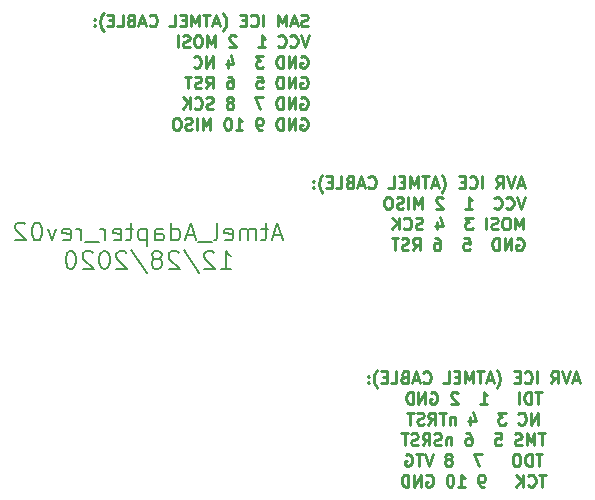
<source format=gbo>
G04 #@! TF.GenerationSoftware,KiCad,Pcbnew,5.1.5-52549c5~86~ubuntu18.04.1*
G04 #@! TF.CreationDate,2020-12-30T12:38:52-08:00*
G04 #@! TF.ProjectId,Atmel_Adapter_rev02,41746d65-6c5f-4416-9461-707465725f72,rev?*
G04 #@! TF.SameCoordinates,Original*
G04 #@! TF.FileFunction,Legend,Bot*
G04 #@! TF.FilePolarity,Positive*
%FSLAX46Y46*%
G04 Gerber Fmt 4.6, Leading zero omitted, Abs format (unit mm)*
G04 Created by KiCad (PCBNEW 5.1.5-52549c5~86~ubuntu18.04.1) date 2020-12-30 12:38:52*
%MOMM*%
%LPD*%
G04 APERTURE LIST*
%ADD10C,0.250000*%
%ADD11C,0.150000*%
G04 APERTURE END LIST*
D10*
X150777023Y-75773666D02*
X150300833Y-75773666D01*
X150872261Y-76059380D02*
X150538928Y-75059380D01*
X150205595Y-76059380D01*
X150015119Y-75059380D02*
X149681785Y-76059380D01*
X149348452Y-75059380D01*
X148443690Y-76059380D02*
X148777023Y-75583190D01*
X149015119Y-76059380D02*
X149015119Y-75059380D01*
X148634166Y-75059380D01*
X148538928Y-75107000D01*
X148491309Y-75154619D01*
X148443690Y-75249857D01*
X148443690Y-75392714D01*
X148491309Y-75487952D01*
X148538928Y-75535571D01*
X148634166Y-75583190D01*
X149015119Y-75583190D01*
X147253214Y-76059380D02*
X147253214Y-75059380D01*
X146205595Y-75964142D02*
X146253214Y-76011761D01*
X146396071Y-76059380D01*
X146491309Y-76059380D01*
X146634166Y-76011761D01*
X146729404Y-75916523D01*
X146777023Y-75821285D01*
X146824642Y-75630809D01*
X146824642Y-75487952D01*
X146777023Y-75297476D01*
X146729404Y-75202238D01*
X146634166Y-75107000D01*
X146491309Y-75059380D01*
X146396071Y-75059380D01*
X146253214Y-75107000D01*
X146205595Y-75154619D01*
X145777023Y-75535571D02*
X145443690Y-75535571D01*
X145300833Y-76059380D02*
X145777023Y-76059380D01*
X145777023Y-75059380D01*
X145300833Y-75059380D01*
X143824642Y-76440333D02*
X143872261Y-76392714D01*
X143967500Y-76249857D01*
X144015119Y-76154619D01*
X144062738Y-76011761D01*
X144110357Y-75773666D01*
X144110357Y-75583190D01*
X144062738Y-75345095D01*
X144015119Y-75202238D01*
X143967500Y-75107000D01*
X143872261Y-74964142D01*
X143824642Y-74916523D01*
X143491309Y-75773666D02*
X143015119Y-75773666D01*
X143586547Y-76059380D02*
X143253214Y-75059380D01*
X142919880Y-76059380D01*
X142729404Y-75059380D02*
X142157976Y-75059380D01*
X142443690Y-76059380D02*
X142443690Y-75059380D01*
X141824642Y-76059380D02*
X141824642Y-75059380D01*
X141491309Y-75773666D01*
X141157976Y-75059380D01*
X141157976Y-76059380D01*
X140681785Y-75535571D02*
X140348452Y-75535571D01*
X140205595Y-76059380D02*
X140681785Y-76059380D01*
X140681785Y-75059380D01*
X140205595Y-75059380D01*
X139300833Y-76059380D02*
X139777023Y-76059380D01*
X139777023Y-75059380D01*
X137634166Y-75964142D02*
X137681785Y-76011761D01*
X137824642Y-76059380D01*
X137919880Y-76059380D01*
X138062738Y-76011761D01*
X138157976Y-75916523D01*
X138205595Y-75821285D01*
X138253214Y-75630809D01*
X138253214Y-75487952D01*
X138205595Y-75297476D01*
X138157976Y-75202238D01*
X138062738Y-75107000D01*
X137919880Y-75059380D01*
X137824642Y-75059380D01*
X137681785Y-75107000D01*
X137634166Y-75154619D01*
X137253214Y-75773666D02*
X136777023Y-75773666D01*
X137348452Y-76059380D02*
X137015119Y-75059380D01*
X136681785Y-76059380D01*
X136015119Y-75535571D02*
X135872261Y-75583190D01*
X135824642Y-75630809D01*
X135777023Y-75726047D01*
X135777023Y-75868904D01*
X135824642Y-75964142D01*
X135872261Y-76011761D01*
X135967500Y-76059380D01*
X136348452Y-76059380D01*
X136348452Y-75059380D01*
X136015119Y-75059380D01*
X135919880Y-75107000D01*
X135872261Y-75154619D01*
X135824642Y-75249857D01*
X135824642Y-75345095D01*
X135872261Y-75440333D01*
X135919880Y-75487952D01*
X136015119Y-75535571D01*
X136348452Y-75535571D01*
X134872261Y-76059380D02*
X135348452Y-76059380D01*
X135348452Y-75059380D01*
X134538928Y-75535571D02*
X134205595Y-75535571D01*
X134062738Y-76059380D02*
X134538928Y-76059380D01*
X134538928Y-75059380D01*
X134062738Y-75059380D01*
X133729404Y-76440333D02*
X133681785Y-76392714D01*
X133586547Y-76249857D01*
X133538928Y-76154619D01*
X133491309Y-76011761D01*
X133443690Y-75773666D01*
X133443690Y-75583190D01*
X133491309Y-75345095D01*
X133538928Y-75202238D01*
X133586547Y-75107000D01*
X133681785Y-74964142D01*
X133729404Y-74916523D01*
X132967500Y-75964142D02*
X132919880Y-76011761D01*
X132967500Y-76059380D01*
X133015119Y-76011761D01*
X132967500Y-75964142D01*
X132967500Y-76059380D01*
X132967500Y-75440333D02*
X132919880Y-75487952D01*
X132967500Y-75535571D01*
X133015119Y-75487952D01*
X132967500Y-75440333D01*
X132967500Y-75535571D01*
X150872261Y-76809380D02*
X150538928Y-77809380D01*
X150205595Y-76809380D01*
X149300833Y-77714142D02*
X149348452Y-77761761D01*
X149491309Y-77809380D01*
X149586547Y-77809380D01*
X149729404Y-77761761D01*
X149824642Y-77666523D01*
X149872261Y-77571285D01*
X149919880Y-77380809D01*
X149919880Y-77237952D01*
X149872261Y-77047476D01*
X149824642Y-76952238D01*
X149729404Y-76857000D01*
X149586547Y-76809380D01*
X149491309Y-76809380D01*
X149348452Y-76857000D01*
X149300833Y-76904619D01*
X148300833Y-77714142D02*
X148348452Y-77761761D01*
X148491309Y-77809380D01*
X148586547Y-77809380D01*
X148729404Y-77761761D01*
X148824642Y-77666523D01*
X148872261Y-77571285D01*
X148919880Y-77380809D01*
X148919880Y-77237952D01*
X148872261Y-77047476D01*
X148824642Y-76952238D01*
X148729404Y-76857000D01*
X148586547Y-76809380D01*
X148491309Y-76809380D01*
X148348452Y-76857000D01*
X148300833Y-76904619D01*
X145824642Y-77809380D02*
X146396071Y-77809380D01*
X146110357Y-77809380D02*
X146110357Y-76809380D01*
X146205595Y-76952238D01*
X146300833Y-77047476D01*
X146396071Y-77095095D01*
X143919880Y-76904619D02*
X143872261Y-76857000D01*
X143777023Y-76809380D01*
X143538928Y-76809380D01*
X143443690Y-76857000D01*
X143396071Y-76904619D01*
X143348452Y-76999857D01*
X143348452Y-77095095D01*
X143396071Y-77237952D01*
X143967500Y-77809380D01*
X143348452Y-77809380D01*
X142157976Y-77809380D02*
X142157976Y-76809380D01*
X141824642Y-77523666D01*
X141491309Y-76809380D01*
X141491309Y-77809380D01*
X141015119Y-77809380D02*
X141015119Y-76809380D01*
X140586547Y-77761761D02*
X140443690Y-77809380D01*
X140205595Y-77809380D01*
X140110357Y-77761761D01*
X140062738Y-77714142D01*
X140015119Y-77618904D01*
X140015119Y-77523666D01*
X140062738Y-77428428D01*
X140110357Y-77380809D01*
X140205595Y-77333190D01*
X140396071Y-77285571D01*
X140491309Y-77237952D01*
X140538928Y-77190333D01*
X140586547Y-77095095D01*
X140586547Y-76999857D01*
X140538928Y-76904619D01*
X140491309Y-76857000D01*
X140396071Y-76809380D01*
X140157976Y-76809380D01*
X140015119Y-76857000D01*
X139396071Y-76809380D02*
X139205595Y-76809380D01*
X139110357Y-76857000D01*
X139015119Y-76952238D01*
X138967500Y-77142714D01*
X138967500Y-77476047D01*
X139015119Y-77666523D01*
X139110357Y-77761761D01*
X139205595Y-77809380D01*
X139396071Y-77809380D01*
X139491309Y-77761761D01*
X139586547Y-77666523D01*
X139634166Y-77476047D01*
X139634166Y-77142714D01*
X139586547Y-76952238D01*
X139491309Y-76857000D01*
X139396071Y-76809380D01*
X150729404Y-79559380D02*
X150729404Y-78559380D01*
X150396071Y-79273666D01*
X150062738Y-78559380D01*
X150062738Y-79559380D01*
X149396071Y-78559380D02*
X149205595Y-78559380D01*
X149110357Y-78607000D01*
X149015119Y-78702238D01*
X148967500Y-78892714D01*
X148967500Y-79226047D01*
X149015119Y-79416523D01*
X149110357Y-79511761D01*
X149205595Y-79559380D01*
X149396071Y-79559380D01*
X149491309Y-79511761D01*
X149586547Y-79416523D01*
X149634166Y-79226047D01*
X149634166Y-78892714D01*
X149586547Y-78702238D01*
X149491309Y-78607000D01*
X149396071Y-78559380D01*
X148586547Y-79511761D02*
X148443690Y-79559380D01*
X148205595Y-79559380D01*
X148110357Y-79511761D01*
X148062738Y-79464142D01*
X148015119Y-79368904D01*
X148015119Y-79273666D01*
X148062738Y-79178428D01*
X148110357Y-79130809D01*
X148205595Y-79083190D01*
X148396071Y-79035571D01*
X148491309Y-78987952D01*
X148538928Y-78940333D01*
X148586547Y-78845095D01*
X148586547Y-78749857D01*
X148538928Y-78654619D01*
X148491309Y-78607000D01*
X148396071Y-78559380D01*
X148157976Y-78559380D01*
X148015119Y-78607000D01*
X147586547Y-79559380D02*
X147586547Y-78559380D01*
X146443690Y-78559380D02*
X145824642Y-78559380D01*
X146157976Y-78940333D01*
X146015119Y-78940333D01*
X145919880Y-78987952D01*
X145872261Y-79035571D01*
X145824642Y-79130809D01*
X145824642Y-79368904D01*
X145872261Y-79464142D01*
X145919880Y-79511761D01*
X146015119Y-79559380D01*
X146300833Y-79559380D01*
X146396071Y-79511761D01*
X146443690Y-79464142D01*
X143443690Y-78892714D02*
X143443690Y-79559380D01*
X143681785Y-78511761D02*
X143919880Y-79226047D01*
X143300833Y-79226047D01*
X142205595Y-79511761D02*
X142062738Y-79559380D01*
X141824642Y-79559380D01*
X141729404Y-79511761D01*
X141681785Y-79464142D01*
X141634166Y-79368904D01*
X141634166Y-79273666D01*
X141681785Y-79178428D01*
X141729404Y-79130809D01*
X141824642Y-79083190D01*
X142015119Y-79035571D01*
X142110357Y-78987952D01*
X142157976Y-78940333D01*
X142205595Y-78845095D01*
X142205595Y-78749857D01*
X142157976Y-78654619D01*
X142110357Y-78607000D01*
X142015119Y-78559380D01*
X141777023Y-78559380D01*
X141634166Y-78607000D01*
X140634166Y-79464142D02*
X140681785Y-79511761D01*
X140824642Y-79559380D01*
X140919880Y-79559380D01*
X141062738Y-79511761D01*
X141157976Y-79416523D01*
X141205595Y-79321285D01*
X141253214Y-79130809D01*
X141253214Y-78987952D01*
X141205595Y-78797476D01*
X141157976Y-78702238D01*
X141062738Y-78607000D01*
X140919880Y-78559380D01*
X140824642Y-78559380D01*
X140681785Y-78607000D01*
X140634166Y-78654619D01*
X140205595Y-79559380D02*
X140205595Y-78559380D01*
X139634166Y-79559380D02*
X140062738Y-78987952D01*
X139634166Y-78559380D02*
X140205595Y-79130809D01*
X150205595Y-80357000D02*
X150300833Y-80309380D01*
X150443690Y-80309380D01*
X150586547Y-80357000D01*
X150681785Y-80452238D01*
X150729404Y-80547476D01*
X150777023Y-80737952D01*
X150777023Y-80880809D01*
X150729404Y-81071285D01*
X150681785Y-81166523D01*
X150586547Y-81261761D01*
X150443690Y-81309380D01*
X150348452Y-81309380D01*
X150205595Y-81261761D01*
X150157976Y-81214142D01*
X150157976Y-80880809D01*
X150348452Y-80880809D01*
X149729404Y-81309380D02*
X149729404Y-80309380D01*
X149157976Y-81309380D01*
X149157976Y-80309380D01*
X148681785Y-81309380D02*
X148681785Y-80309380D01*
X148443690Y-80309380D01*
X148300833Y-80357000D01*
X148205595Y-80452238D01*
X148157976Y-80547476D01*
X148110357Y-80737952D01*
X148110357Y-80880809D01*
X148157976Y-81071285D01*
X148205595Y-81166523D01*
X148300833Y-81261761D01*
X148443690Y-81309380D01*
X148681785Y-81309380D01*
X145681785Y-80309380D02*
X146157976Y-80309380D01*
X146205595Y-80785571D01*
X146157976Y-80737952D01*
X146062738Y-80690333D01*
X145824642Y-80690333D01*
X145729404Y-80737952D01*
X145681785Y-80785571D01*
X145634166Y-80880809D01*
X145634166Y-81118904D01*
X145681785Y-81214142D01*
X145729404Y-81261761D01*
X145824642Y-81309380D01*
X146062738Y-81309380D01*
X146157976Y-81261761D01*
X146205595Y-81214142D01*
X143253214Y-80309380D02*
X143443690Y-80309380D01*
X143538928Y-80357000D01*
X143586547Y-80404619D01*
X143681785Y-80547476D01*
X143729404Y-80737952D01*
X143729404Y-81118904D01*
X143681785Y-81214142D01*
X143634166Y-81261761D01*
X143538928Y-81309380D01*
X143348452Y-81309380D01*
X143253214Y-81261761D01*
X143205595Y-81214142D01*
X143157976Y-81118904D01*
X143157976Y-80880809D01*
X143205595Y-80785571D01*
X143253214Y-80737952D01*
X143348452Y-80690333D01*
X143538928Y-80690333D01*
X143634166Y-80737952D01*
X143681785Y-80785571D01*
X143729404Y-80880809D01*
X141396071Y-81309380D02*
X141729404Y-80833190D01*
X141967500Y-81309380D02*
X141967500Y-80309380D01*
X141586547Y-80309380D01*
X141491309Y-80357000D01*
X141443690Y-80404619D01*
X141396071Y-80499857D01*
X141396071Y-80642714D01*
X141443690Y-80737952D01*
X141491309Y-80785571D01*
X141586547Y-80833190D01*
X141967500Y-80833190D01*
X141015119Y-81261761D02*
X140872261Y-81309380D01*
X140634166Y-81309380D01*
X140538928Y-81261761D01*
X140491309Y-81214142D01*
X140443690Y-81118904D01*
X140443690Y-81023666D01*
X140491309Y-80928428D01*
X140538928Y-80880809D01*
X140634166Y-80833190D01*
X140824642Y-80785571D01*
X140919880Y-80737952D01*
X140967500Y-80690333D01*
X141015119Y-80595095D01*
X141015119Y-80499857D01*
X140967500Y-80404619D01*
X140919880Y-80357000D01*
X140824642Y-80309380D01*
X140586547Y-80309380D01*
X140443690Y-80357000D01*
X140157976Y-80309380D02*
X139586547Y-80309380D01*
X139872261Y-81309380D02*
X139872261Y-80309380D01*
X155428571Y-92291666D02*
X154952380Y-92291666D01*
X155523809Y-92577380D02*
X155190476Y-91577380D01*
X154857142Y-92577380D01*
X154666666Y-91577380D02*
X154333333Y-92577380D01*
X154000000Y-91577380D01*
X153095238Y-92577380D02*
X153428571Y-92101190D01*
X153666666Y-92577380D02*
X153666666Y-91577380D01*
X153285714Y-91577380D01*
X153190476Y-91625000D01*
X153142857Y-91672619D01*
X153095238Y-91767857D01*
X153095238Y-91910714D01*
X153142857Y-92005952D01*
X153190476Y-92053571D01*
X153285714Y-92101190D01*
X153666666Y-92101190D01*
X151904761Y-92577380D02*
X151904761Y-91577380D01*
X150857142Y-92482142D02*
X150904761Y-92529761D01*
X151047619Y-92577380D01*
X151142857Y-92577380D01*
X151285714Y-92529761D01*
X151380952Y-92434523D01*
X151428571Y-92339285D01*
X151476190Y-92148809D01*
X151476190Y-92005952D01*
X151428571Y-91815476D01*
X151380952Y-91720238D01*
X151285714Y-91625000D01*
X151142857Y-91577380D01*
X151047619Y-91577380D01*
X150904761Y-91625000D01*
X150857142Y-91672619D01*
X150428571Y-92053571D02*
X150095238Y-92053571D01*
X149952380Y-92577380D02*
X150428571Y-92577380D01*
X150428571Y-91577380D01*
X149952380Y-91577380D01*
X148476190Y-92958333D02*
X148523809Y-92910714D01*
X148619047Y-92767857D01*
X148666666Y-92672619D01*
X148714285Y-92529761D01*
X148761904Y-92291666D01*
X148761904Y-92101190D01*
X148714285Y-91863095D01*
X148666666Y-91720238D01*
X148619047Y-91625000D01*
X148523809Y-91482142D01*
X148476190Y-91434523D01*
X148142857Y-92291666D02*
X147666666Y-92291666D01*
X148238095Y-92577380D02*
X147904761Y-91577380D01*
X147571428Y-92577380D01*
X147380952Y-91577380D02*
X146809523Y-91577380D01*
X147095238Y-92577380D02*
X147095238Y-91577380D01*
X146476190Y-92577380D02*
X146476190Y-91577380D01*
X146142857Y-92291666D01*
X145809523Y-91577380D01*
X145809523Y-92577380D01*
X145333333Y-92053571D02*
X145000000Y-92053571D01*
X144857142Y-92577380D02*
X145333333Y-92577380D01*
X145333333Y-91577380D01*
X144857142Y-91577380D01*
X143952380Y-92577380D02*
X144428571Y-92577380D01*
X144428571Y-91577380D01*
X142285714Y-92482142D02*
X142333333Y-92529761D01*
X142476190Y-92577380D01*
X142571428Y-92577380D01*
X142714285Y-92529761D01*
X142809523Y-92434523D01*
X142857142Y-92339285D01*
X142904761Y-92148809D01*
X142904761Y-92005952D01*
X142857142Y-91815476D01*
X142809523Y-91720238D01*
X142714285Y-91625000D01*
X142571428Y-91577380D01*
X142476190Y-91577380D01*
X142333333Y-91625000D01*
X142285714Y-91672619D01*
X141904761Y-92291666D02*
X141428571Y-92291666D01*
X142000000Y-92577380D02*
X141666666Y-91577380D01*
X141333333Y-92577380D01*
X140666666Y-92053571D02*
X140523809Y-92101190D01*
X140476190Y-92148809D01*
X140428571Y-92244047D01*
X140428571Y-92386904D01*
X140476190Y-92482142D01*
X140523809Y-92529761D01*
X140619047Y-92577380D01*
X141000000Y-92577380D01*
X141000000Y-91577380D01*
X140666666Y-91577380D01*
X140571428Y-91625000D01*
X140523809Y-91672619D01*
X140476190Y-91767857D01*
X140476190Y-91863095D01*
X140523809Y-91958333D01*
X140571428Y-92005952D01*
X140666666Y-92053571D01*
X141000000Y-92053571D01*
X139523809Y-92577380D02*
X140000000Y-92577380D01*
X140000000Y-91577380D01*
X139190476Y-92053571D02*
X138857142Y-92053571D01*
X138714285Y-92577380D02*
X139190476Y-92577380D01*
X139190476Y-91577380D01*
X138714285Y-91577380D01*
X138380952Y-92958333D02*
X138333333Y-92910714D01*
X138238095Y-92767857D01*
X138190476Y-92672619D01*
X138142857Y-92529761D01*
X138095238Y-92291666D01*
X138095238Y-92101190D01*
X138142857Y-91863095D01*
X138190476Y-91720238D01*
X138238095Y-91625000D01*
X138333333Y-91482142D01*
X138380952Y-91434523D01*
X137619047Y-92482142D02*
X137571428Y-92529761D01*
X137619047Y-92577380D01*
X137666666Y-92529761D01*
X137619047Y-92482142D01*
X137619047Y-92577380D01*
X137619047Y-91958333D02*
X137571428Y-92005952D01*
X137619047Y-92053571D01*
X137666666Y-92005952D01*
X137619047Y-91958333D01*
X137619047Y-92053571D01*
X152285714Y-93327380D02*
X151714285Y-93327380D01*
X152000000Y-94327380D02*
X152000000Y-93327380D01*
X151380952Y-94327380D02*
X151380952Y-93327380D01*
X151142857Y-93327380D01*
X151000000Y-93375000D01*
X150904761Y-93470238D01*
X150857142Y-93565476D01*
X150809523Y-93755952D01*
X150809523Y-93898809D01*
X150857142Y-94089285D01*
X150904761Y-94184523D01*
X151000000Y-94279761D01*
X151142857Y-94327380D01*
X151380952Y-94327380D01*
X150380952Y-94327380D02*
X150380952Y-93327380D01*
X147095238Y-94327380D02*
X147666666Y-94327380D01*
X147380952Y-94327380D02*
X147380952Y-93327380D01*
X147476190Y-93470238D01*
X147571428Y-93565476D01*
X147666666Y-93613095D01*
X145190476Y-93422619D02*
X145142857Y-93375000D01*
X145047619Y-93327380D01*
X144809523Y-93327380D01*
X144714285Y-93375000D01*
X144666666Y-93422619D01*
X144619047Y-93517857D01*
X144619047Y-93613095D01*
X144666666Y-93755952D01*
X145238095Y-94327380D01*
X144619047Y-94327380D01*
X142904761Y-93375000D02*
X143000000Y-93327380D01*
X143142857Y-93327380D01*
X143285714Y-93375000D01*
X143380952Y-93470238D01*
X143428571Y-93565476D01*
X143476190Y-93755952D01*
X143476190Y-93898809D01*
X143428571Y-94089285D01*
X143380952Y-94184523D01*
X143285714Y-94279761D01*
X143142857Y-94327380D01*
X143047619Y-94327380D01*
X142904761Y-94279761D01*
X142857142Y-94232142D01*
X142857142Y-93898809D01*
X143047619Y-93898809D01*
X142428571Y-94327380D02*
X142428571Y-93327380D01*
X141857142Y-94327380D01*
X141857142Y-93327380D01*
X141380952Y-94327380D02*
X141380952Y-93327380D01*
X141142857Y-93327380D01*
X141000000Y-93375000D01*
X140904761Y-93470238D01*
X140857142Y-93565476D01*
X140809523Y-93755952D01*
X140809523Y-93898809D01*
X140857142Y-94089285D01*
X140904761Y-94184523D01*
X141000000Y-94279761D01*
X141142857Y-94327380D01*
X141380952Y-94327380D01*
X151952380Y-96077380D02*
X151952380Y-95077380D01*
X151380952Y-96077380D01*
X151380952Y-95077380D01*
X150333333Y-95982142D02*
X150380952Y-96029761D01*
X150523809Y-96077380D01*
X150619047Y-96077380D01*
X150761904Y-96029761D01*
X150857142Y-95934523D01*
X150904761Y-95839285D01*
X150952380Y-95648809D01*
X150952380Y-95505952D01*
X150904761Y-95315476D01*
X150857142Y-95220238D01*
X150761904Y-95125000D01*
X150619047Y-95077380D01*
X150523809Y-95077380D01*
X150380952Y-95125000D01*
X150333333Y-95172619D01*
X149238095Y-95077380D02*
X148619047Y-95077380D01*
X148952380Y-95458333D01*
X148809523Y-95458333D01*
X148714285Y-95505952D01*
X148666666Y-95553571D01*
X148619047Y-95648809D01*
X148619047Y-95886904D01*
X148666666Y-95982142D01*
X148714285Y-96029761D01*
X148809523Y-96077380D01*
X149095238Y-96077380D01*
X149190476Y-96029761D01*
X149238095Y-95982142D01*
X146238095Y-95410714D02*
X146238095Y-96077380D01*
X146476190Y-95029761D02*
X146714285Y-95744047D01*
X146095238Y-95744047D01*
X144952380Y-95410714D02*
X144952380Y-96077380D01*
X144952380Y-95505952D02*
X144904761Y-95458333D01*
X144809523Y-95410714D01*
X144666666Y-95410714D01*
X144571428Y-95458333D01*
X144523809Y-95553571D01*
X144523809Y-96077380D01*
X144190476Y-95077380D02*
X143619047Y-95077380D01*
X143904761Y-96077380D02*
X143904761Y-95077380D01*
X142714285Y-96077380D02*
X143047619Y-95601190D01*
X143285714Y-96077380D02*
X143285714Y-95077380D01*
X142904761Y-95077380D01*
X142809523Y-95125000D01*
X142761904Y-95172619D01*
X142714285Y-95267857D01*
X142714285Y-95410714D01*
X142761904Y-95505952D01*
X142809523Y-95553571D01*
X142904761Y-95601190D01*
X143285714Y-95601190D01*
X142333333Y-96029761D02*
X142190476Y-96077380D01*
X141952380Y-96077380D01*
X141857142Y-96029761D01*
X141809523Y-95982142D01*
X141761904Y-95886904D01*
X141761904Y-95791666D01*
X141809523Y-95696428D01*
X141857142Y-95648809D01*
X141952380Y-95601190D01*
X142142857Y-95553571D01*
X142238095Y-95505952D01*
X142285714Y-95458333D01*
X142333333Y-95363095D01*
X142333333Y-95267857D01*
X142285714Y-95172619D01*
X142238095Y-95125000D01*
X142142857Y-95077380D01*
X141904761Y-95077380D01*
X141761904Y-95125000D01*
X141476190Y-95077380D02*
X140904761Y-95077380D01*
X141190476Y-96077380D02*
X141190476Y-95077380D01*
X152595238Y-96827380D02*
X152023809Y-96827380D01*
X152309523Y-97827380D02*
X152309523Y-96827380D01*
X151690476Y-97827380D02*
X151690476Y-96827380D01*
X151357142Y-97541666D01*
X151023809Y-96827380D01*
X151023809Y-97827380D01*
X150595238Y-97779761D02*
X150452380Y-97827380D01*
X150214285Y-97827380D01*
X150119047Y-97779761D01*
X150071428Y-97732142D01*
X150023809Y-97636904D01*
X150023809Y-97541666D01*
X150071428Y-97446428D01*
X150119047Y-97398809D01*
X150214285Y-97351190D01*
X150404761Y-97303571D01*
X150500000Y-97255952D01*
X150547619Y-97208333D01*
X150595238Y-97113095D01*
X150595238Y-97017857D01*
X150547619Y-96922619D01*
X150500000Y-96875000D01*
X150404761Y-96827380D01*
X150166666Y-96827380D01*
X150023809Y-96875000D01*
X148357142Y-96827380D02*
X148833333Y-96827380D01*
X148880952Y-97303571D01*
X148833333Y-97255952D01*
X148738095Y-97208333D01*
X148500000Y-97208333D01*
X148404761Y-97255952D01*
X148357142Y-97303571D01*
X148309523Y-97398809D01*
X148309523Y-97636904D01*
X148357142Y-97732142D01*
X148404761Y-97779761D01*
X148500000Y-97827380D01*
X148738095Y-97827380D01*
X148833333Y-97779761D01*
X148880952Y-97732142D01*
X145928571Y-96827380D02*
X146119047Y-96827380D01*
X146214285Y-96875000D01*
X146261904Y-96922619D01*
X146357142Y-97065476D01*
X146404761Y-97255952D01*
X146404761Y-97636904D01*
X146357142Y-97732142D01*
X146309523Y-97779761D01*
X146214285Y-97827380D01*
X146023809Y-97827380D01*
X145928571Y-97779761D01*
X145880952Y-97732142D01*
X145833333Y-97636904D01*
X145833333Y-97398809D01*
X145880952Y-97303571D01*
X145928571Y-97255952D01*
X146023809Y-97208333D01*
X146214285Y-97208333D01*
X146309523Y-97255952D01*
X146357142Y-97303571D01*
X146404761Y-97398809D01*
X144642857Y-97160714D02*
X144642857Y-97827380D01*
X144642857Y-97255952D02*
X144595238Y-97208333D01*
X144500000Y-97160714D01*
X144357142Y-97160714D01*
X144261904Y-97208333D01*
X144214285Y-97303571D01*
X144214285Y-97827380D01*
X143785714Y-97779761D02*
X143642857Y-97827380D01*
X143404761Y-97827380D01*
X143309523Y-97779761D01*
X143261904Y-97732142D01*
X143214285Y-97636904D01*
X143214285Y-97541666D01*
X143261904Y-97446428D01*
X143309523Y-97398809D01*
X143404761Y-97351190D01*
X143595238Y-97303571D01*
X143690476Y-97255952D01*
X143738095Y-97208333D01*
X143785714Y-97113095D01*
X143785714Y-97017857D01*
X143738095Y-96922619D01*
X143690476Y-96875000D01*
X143595238Y-96827380D01*
X143357142Y-96827380D01*
X143214285Y-96875000D01*
X142214285Y-97827380D02*
X142547619Y-97351190D01*
X142785714Y-97827380D02*
X142785714Y-96827380D01*
X142404761Y-96827380D01*
X142309523Y-96875000D01*
X142261904Y-96922619D01*
X142214285Y-97017857D01*
X142214285Y-97160714D01*
X142261904Y-97255952D01*
X142309523Y-97303571D01*
X142404761Y-97351190D01*
X142785714Y-97351190D01*
X141833333Y-97779761D02*
X141690476Y-97827380D01*
X141452380Y-97827380D01*
X141357142Y-97779761D01*
X141309523Y-97732142D01*
X141261904Y-97636904D01*
X141261904Y-97541666D01*
X141309523Y-97446428D01*
X141357142Y-97398809D01*
X141452380Y-97351190D01*
X141642857Y-97303571D01*
X141738095Y-97255952D01*
X141785714Y-97208333D01*
X141833333Y-97113095D01*
X141833333Y-97017857D01*
X141785714Y-96922619D01*
X141738095Y-96875000D01*
X141642857Y-96827380D01*
X141404761Y-96827380D01*
X141261904Y-96875000D01*
X140976190Y-96827380D02*
X140404761Y-96827380D01*
X140690476Y-97827380D02*
X140690476Y-96827380D01*
X152357142Y-98577380D02*
X151785714Y-98577380D01*
X152071428Y-99577380D02*
X152071428Y-98577380D01*
X151452380Y-99577380D02*
X151452380Y-98577380D01*
X151214285Y-98577380D01*
X151071428Y-98625000D01*
X150976190Y-98720238D01*
X150928571Y-98815476D01*
X150880952Y-99005952D01*
X150880952Y-99148809D01*
X150928571Y-99339285D01*
X150976190Y-99434523D01*
X151071428Y-99529761D01*
X151214285Y-99577380D01*
X151452380Y-99577380D01*
X150261904Y-98577380D02*
X150071428Y-98577380D01*
X149976190Y-98625000D01*
X149880952Y-98720238D01*
X149833333Y-98910714D01*
X149833333Y-99244047D01*
X149880952Y-99434523D01*
X149976190Y-99529761D01*
X150071428Y-99577380D01*
X150261904Y-99577380D01*
X150357142Y-99529761D01*
X150452380Y-99434523D01*
X150500000Y-99244047D01*
X150500000Y-98910714D01*
X150452380Y-98720238D01*
X150357142Y-98625000D01*
X150261904Y-98577380D01*
X147214285Y-98577380D02*
X146547619Y-98577380D01*
X146976190Y-99577380D01*
X144500000Y-99005952D02*
X144595238Y-98958333D01*
X144642857Y-98910714D01*
X144690476Y-98815476D01*
X144690476Y-98767857D01*
X144642857Y-98672619D01*
X144595238Y-98625000D01*
X144500000Y-98577380D01*
X144309523Y-98577380D01*
X144214285Y-98625000D01*
X144166666Y-98672619D01*
X144119047Y-98767857D01*
X144119047Y-98815476D01*
X144166666Y-98910714D01*
X144214285Y-98958333D01*
X144309523Y-99005952D01*
X144500000Y-99005952D01*
X144595238Y-99053571D01*
X144642857Y-99101190D01*
X144690476Y-99196428D01*
X144690476Y-99386904D01*
X144642857Y-99482142D01*
X144595238Y-99529761D01*
X144500000Y-99577380D01*
X144309523Y-99577380D01*
X144214285Y-99529761D01*
X144166666Y-99482142D01*
X144119047Y-99386904D01*
X144119047Y-99196428D01*
X144166666Y-99101190D01*
X144214285Y-99053571D01*
X144309523Y-99005952D01*
X143071428Y-98577380D02*
X142738095Y-99577380D01*
X142404761Y-98577380D01*
X142214285Y-98577380D02*
X141642857Y-98577380D01*
X141928571Y-99577380D02*
X141928571Y-98577380D01*
X140785714Y-98625000D02*
X140880952Y-98577380D01*
X141023809Y-98577380D01*
X141166666Y-98625000D01*
X141261904Y-98720238D01*
X141309523Y-98815476D01*
X141357142Y-99005952D01*
X141357142Y-99148809D01*
X141309523Y-99339285D01*
X141261904Y-99434523D01*
X141166666Y-99529761D01*
X141023809Y-99577380D01*
X140928571Y-99577380D01*
X140785714Y-99529761D01*
X140738095Y-99482142D01*
X140738095Y-99148809D01*
X140928571Y-99148809D01*
X152642857Y-100327380D02*
X152071428Y-100327380D01*
X152357142Y-101327380D02*
X152357142Y-100327380D01*
X151166666Y-101232142D02*
X151214285Y-101279761D01*
X151357142Y-101327380D01*
X151452380Y-101327380D01*
X151595238Y-101279761D01*
X151690476Y-101184523D01*
X151738095Y-101089285D01*
X151785714Y-100898809D01*
X151785714Y-100755952D01*
X151738095Y-100565476D01*
X151690476Y-100470238D01*
X151595238Y-100375000D01*
X151452380Y-100327380D01*
X151357142Y-100327380D01*
X151214285Y-100375000D01*
X151166666Y-100422619D01*
X150738095Y-101327380D02*
X150738095Y-100327380D01*
X150166666Y-101327380D02*
X150595238Y-100755952D01*
X150166666Y-100327380D02*
X150738095Y-100898809D01*
X147404761Y-101327380D02*
X147214285Y-101327380D01*
X147119047Y-101279761D01*
X147071428Y-101232142D01*
X146976190Y-101089285D01*
X146928571Y-100898809D01*
X146928571Y-100517857D01*
X146976190Y-100422619D01*
X147023809Y-100375000D01*
X147119047Y-100327380D01*
X147309523Y-100327380D01*
X147404761Y-100375000D01*
X147452380Y-100422619D01*
X147500000Y-100517857D01*
X147500000Y-100755952D01*
X147452380Y-100851190D01*
X147404761Y-100898809D01*
X147309523Y-100946428D01*
X147119047Y-100946428D01*
X147023809Y-100898809D01*
X146976190Y-100851190D01*
X146928571Y-100755952D01*
X145214285Y-101327380D02*
X145785714Y-101327380D01*
X145500000Y-101327380D02*
X145500000Y-100327380D01*
X145595238Y-100470238D01*
X145690476Y-100565476D01*
X145785714Y-100613095D01*
X144595238Y-100327380D02*
X144500000Y-100327380D01*
X144404761Y-100375000D01*
X144357142Y-100422619D01*
X144309523Y-100517857D01*
X144261904Y-100708333D01*
X144261904Y-100946428D01*
X144309523Y-101136904D01*
X144357142Y-101232142D01*
X144404761Y-101279761D01*
X144500000Y-101327380D01*
X144595238Y-101327380D01*
X144690476Y-101279761D01*
X144738095Y-101232142D01*
X144785714Y-101136904D01*
X144833333Y-100946428D01*
X144833333Y-100708333D01*
X144785714Y-100517857D01*
X144738095Y-100422619D01*
X144690476Y-100375000D01*
X144595238Y-100327380D01*
X142547619Y-100375000D02*
X142642857Y-100327380D01*
X142785714Y-100327380D01*
X142928571Y-100375000D01*
X143023809Y-100470238D01*
X143071428Y-100565476D01*
X143119047Y-100755952D01*
X143119047Y-100898809D01*
X143071428Y-101089285D01*
X143023809Y-101184523D01*
X142928571Y-101279761D01*
X142785714Y-101327380D01*
X142690476Y-101327380D01*
X142547619Y-101279761D01*
X142500000Y-101232142D01*
X142500000Y-100898809D01*
X142690476Y-100898809D01*
X142071428Y-101327380D02*
X142071428Y-100327380D01*
X141500000Y-101327380D01*
X141500000Y-100327380D01*
X141023809Y-101327380D02*
X141023809Y-100327380D01*
X140785714Y-100327380D01*
X140642857Y-100375000D01*
X140547619Y-100470238D01*
X140500000Y-100565476D01*
X140452380Y-100755952D01*
X140452380Y-100898809D01*
X140500000Y-101089285D01*
X140547619Y-101184523D01*
X140642857Y-101279761D01*
X140785714Y-101327380D01*
X141023809Y-101327380D01*
X132489023Y-62323761D02*
X132346166Y-62371380D01*
X132108071Y-62371380D01*
X132012833Y-62323761D01*
X131965214Y-62276142D01*
X131917595Y-62180904D01*
X131917595Y-62085666D01*
X131965214Y-61990428D01*
X132012833Y-61942809D01*
X132108071Y-61895190D01*
X132298547Y-61847571D01*
X132393785Y-61799952D01*
X132441404Y-61752333D01*
X132489023Y-61657095D01*
X132489023Y-61561857D01*
X132441404Y-61466619D01*
X132393785Y-61419000D01*
X132298547Y-61371380D01*
X132060452Y-61371380D01*
X131917595Y-61419000D01*
X131536642Y-62085666D02*
X131060452Y-62085666D01*
X131631880Y-62371380D02*
X131298547Y-61371380D01*
X130965214Y-62371380D01*
X130631880Y-62371380D02*
X130631880Y-61371380D01*
X130298547Y-62085666D01*
X129965214Y-61371380D01*
X129965214Y-62371380D01*
X128727119Y-62371380D02*
X128727119Y-61371380D01*
X127679500Y-62276142D02*
X127727119Y-62323761D01*
X127869976Y-62371380D01*
X127965214Y-62371380D01*
X128108071Y-62323761D01*
X128203309Y-62228523D01*
X128250928Y-62133285D01*
X128298547Y-61942809D01*
X128298547Y-61799952D01*
X128250928Y-61609476D01*
X128203309Y-61514238D01*
X128108071Y-61419000D01*
X127965214Y-61371380D01*
X127869976Y-61371380D01*
X127727119Y-61419000D01*
X127679500Y-61466619D01*
X127250928Y-61847571D02*
X126917595Y-61847571D01*
X126774738Y-62371380D02*
X127250928Y-62371380D01*
X127250928Y-61371380D01*
X126774738Y-61371380D01*
X125298547Y-62752333D02*
X125346166Y-62704714D01*
X125441404Y-62561857D01*
X125489023Y-62466619D01*
X125536642Y-62323761D01*
X125584261Y-62085666D01*
X125584261Y-61895190D01*
X125536642Y-61657095D01*
X125489023Y-61514238D01*
X125441404Y-61419000D01*
X125346166Y-61276142D01*
X125298547Y-61228523D01*
X124965214Y-62085666D02*
X124489023Y-62085666D01*
X125060452Y-62371380D02*
X124727119Y-61371380D01*
X124393785Y-62371380D01*
X124203309Y-61371380D02*
X123631880Y-61371380D01*
X123917595Y-62371380D02*
X123917595Y-61371380D01*
X123298547Y-62371380D02*
X123298547Y-61371380D01*
X122965214Y-62085666D01*
X122631880Y-61371380D01*
X122631880Y-62371380D01*
X122155690Y-61847571D02*
X121822357Y-61847571D01*
X121679500Y-62371380D02*
X122155690Y-62371380D01*
X122155690Y-61371380D01*
X121679500Y-61371380D01*
X120774738Y-62371380D02*
X121250928Y-62371380D01*
X121250928Y-61371380D01*
X119108071Y-62276142D02*
X119155690Y-62323761D01*
X119298547Y-62371380D01*
X119393785Y-62371380D01*
X119536642Y-62323761D01*
X119631880Y-62228523D01*
X119679500Y-62133285D01*
X119727119Y-61942809D01*
X119727119Y-61799952D01*
X119679500Y-61609476D01*
X119631880Y-61514238D01*
X119536642Y-61419000D01*
X119393785Y-61371380D01*
X119298547Y-61371380D01*
X119155690Y-61419000D01*
X119108071Y-61466619D01*
X118727119Y-62085666D02*
X118250928Y-62085666D01*
X118822357Y-62371380D02*
X118489023Y-61371380D01*
X118155690Y-62371380D01*
X117489023Y-61847571D02*
X117346166Y-61895190D01*
X117298547Y-61942809D01*
X117250928Y-62038047D01*
X117250928Y-62180904D01*
X117298547Y-62276142D01*
X117346166Y-62323761D01*
X117441404Y-62371380D01*
X117822357Y-62371380D01*
X117822357Y-61371380D01*
X117489023Y-61371380D01*
X117393785Y-61419000D01*
X117346166Y-61466619D01*
X117298547Y-61561857D01*
X117298547Y-61657095D01*
X117346166Y-61752333D01*
X117393785Y-61799952D01*
X117489023Y-61847571D01*
X117822357Y-61847571D01*
X116346166Y-62371380D02*
X116822357Y-62371380D01*
X116822357Y-61371380D01*
X116012833Y-61847571D02*
X115679500Y-61847571D01*
X115536642Y-62371380D02*
X116012833Y-62371380D01*
X116012833Y-61371380D01*
X115536642Y-61371380D01*
X115203309Y-62752333D02*
X115155690Y-62704714D01*
X115060452Y-62561857D01*
X115012833Y-62466619D01*
X114965214Y-62323761D01*
X114917595Y-62085666D01*
X114917595Y-61895190D01*
X114965214Y-61657095D01*
X115012833Y-61514238D01*
X115060452Y-61419000D01*
X115155690Y-61276142D01*
X115203309Y-61228523D01*
X114441404Y-62276142D02*
X114393785Y-62323761D01*
X114441404Y-62371380D01*
X114489023Y-62323761D01*
X114441404Y-62276142D01*
X114441404Y-62371380D01*
X114441404Y-61752333D02*
X114393785Y-61799952D01*
X114441404Y-61847571D01*
X114489023Y-61799952D01*
X114441404Y-61752333D01*
X114441404Y-61847571D01*
X132584261Y-63121380D02*
X132250928Y-64121380D01*
X131917595Y-63121380D01*
X131012833Y-64026142D02*
X131060452Y-64073761D01*
X131203309Y-64121380D01*
X131298547Y-64121380D01*
X131441404Y-64073761D01*
X131536642Y-63978523D01*
X131584261Y-63883285D01*
X131631880Y-63692809D01*
X131631880Y-63549952D01*
X131584261Y-63359476D01*
X131536642Y-63264238D01*
X131441404Y-63169000D01*
X131298547Y-63121380D01*
X131203309Y-63121380D01*
X131060452Y-63169000D01*
X131012833Y-63216619D01*
X130012833Y-64026142D02*
X130060452Y-64073761D01*
X130203309Y-64121380D01*
X130298547Y-64121380D01*
X130441404Y-64073761D01*
X130536642Y-63978523D01*
X130584261Y-63883285D01*
X130631880Y-63692809D01*
X130631880Y-63549952D01*
X130584261Y-63359476D01*
X130536642Y-63264238D01*
X130441404Y-63169000D01*
X130298547Y-63121380D01*
X130203309Y-63121380D01*
X130060452Y-63169000D01*
X130012833Y-63216619D01*
X128298547Y-64121380D02*
X128869976Y-64121380D01*
X128584261Y-64121380D02*
X128584261Y-63121380D01*
X128679500Y-63264238D01*
X128774738Y-63359476D01*
X128869976Y-63407095D01*
X126393785Y-63216619D02*
X126346166Y-63169000D01*
X126250928Y-63121380D01*
X126012833Y-63121380D01*
X125917595Y-63169000D01*
X125869976Y-63216619D01*
X125822357Y-63311857D01*
X125822357Y-63407095D01*
X125869976Y-63549952D01*
X126441404Y-64121380D01*
X125822357Y-64121380D01*
X124631880Y-64121380D02*
X124631880Y-63121380D01*
X124298547Y-63835666D01*
X123965214Y-63121380D01*
X123965214Y-64121380D01*
X123298547Y-63121380D02*
X123108071Y-63121380D01*
X123012833Y-63169000D01*
X122917595Y-63264238D01*
X122869976Y-63454714D01*
X122869976Y-63788047D01*
X122917595Y-63978523D01*
X123012833Y-64073761D01*
X123108071Y-64121380D01*
X123298547Y-64121380D01*
X123393785Y-64073761D01*
X123489023Y-63978523D01*
X123536642Y-63788047D01*
X123536642Y-63454714D01*
X123489023Y-63264238D01*
X123393785Y-63169000D01*
X123298547Y-63121380D01*
X122489023Y-64073761D02*
X122346166Y-64121380D01*
X122108071Y-64121380D01*
X122012833Y-64073761D01*
X121965214Y-64026142D01*
X121917595Y-63930904D01*
X121917595Y-63835666D01*
X121965214Y-63740428D01*
X122012833Y-63692809D01*
X122108071Y-63645190D01*
X122298547Y-63597571D01*
X122393785Y-63549952D01*
X122441404Y-63502333D01*
X122489023Y-63407095D01*
X122489023Y-63311857D01*
X122441404Y-63216619D01*
X122393785Y-63169000D01*
X122298547Y-63121380D01*
X122060452Y-63121380D01*
X121917595Y-63169000D01*
X121489023Y-64121380D02*
X121489023Y-63121380D01*
X131917595Y-64919000D02*
X132012833Y-64871380D01*
X132155690Y-64871380D01*
X132298547Y-64919000D01*
X132393785Y-65014238D01*
X132441404Y-65109476D01*
X132489023Y-65299952D01*
X132489023Y-65442809D01*
X132441404Y-65633285D01*
X132393785Y-65728523D01*
X132298547Y-65823761D01*
X132155690Y-65871380D01*
X132060452Y-65871380D01*
X131917595Y-65823761D01*
X131869976Y-65776142D01*
X131869976Y-65442809D01*
X132060452Y-65442809D01*
X131441404Y-65871380D02*
X131441404Y-64871380D01*
X130869976Y-65871380D01*
X130869976Y-64871380D01*
X130393785Y-65871380D02*
X130393785Y-64871380D01*
X130155690Y-64871380D01*
X130012833Y-64919000D01*
X129917595Y-65014238D01*
X129869976Y-65109476D01*
X129822357Y-65299952D01*
X129822357Y-65442809D01*
X129869976Y-65633285D01*
X129917595Y-65728523D01*
X130012833Y-65823761D01*
X130155690Y-65871380D01*
X130393785Y-65871380D01*
X128727119Y-64871380D02*
X128108071Y-64871380D01*
X128441404Y-65252333D01*
X128298547Y-65252333D01*
X128203309Y-65299952D01*
X128155690Y-65347571D01*
X128108071Y-65442809D01*
X128108071Y-65680904D01*
X128155690Y-65776142D01*
X128203309Y-65823761D01*
X128298547Y-65871380D01*
X128584261Y-65871380D01*
X128679500Y-65823761D01*
X128727119Y-65776142D01*
X125727119Y-65204714D02*
X125727119Y-65871380D01*
X125965214Y-64823761D02*
X126203309Y-65538047D01*
X125584261Y-65538047D01*
X124441404Y-65871380D02*
X124441404Y-64871380D01*
X123869976Y-65871380D01*
X123869976Y-64871380D01*
X122822357Y-65776142D02*
X122869976Y-65823761D01*
X123012833Y-65871380D01*
X123108071Y-65871380D01*
X123250928Y-65823761D01*
X123346166Y-65728523D01*
X123393785Y-65633285D01*
X123441404Y-65442809D01*
X123441404Y-65299952D01*
X123393785Y-65109476D01*
X123346166Y-65014238D01*
X123250928Y-64919000D01*
X123108071Y-64871380D01*
X123012833Y-64871380D01*
X122869976Y-64919000D01*
X122822357Y-64966619D01*
X131917595Y-66669000D02*
X132012833Y-66621380D01*
X132155690Y-66621380D01*
X132298547Y-66669000D01*
X132393785Y-66764238D01*
X132441404Y-66859476D01*
X132489023Y-67049952D01*
X132489023Y-67192809D01*
X132441404Y-67383285D01*
X132393785Y-67478523D01*
X132298547Y-67573761D01*
X132155690Y-67621380D01*
X132060452Y-67621380D01*
X131917595Y-67573761D01*
X131869976Y-67526142D01*
X131869976Y-67192809D01*
X132060452Y-67192809D01*
X131441404Y-67621380D02*
X131441404Y-66621380D01*
X130869976Y-67621380D01*
X130869976Y-66621380D01*
X130393785Y-67621380D02*
X130393785Y-66621380D01*
X130155690Y-66621380D01*
X130012833Y-66669000D01*
X129917595Y-66764238D01*
X129869976Y-66859476D01*
X129822357Y-67049952D01*
X129822357Y-67192809D01*
X129869976Y-67383285D01*
X129917595Y-67478523D01*
X130012833Y-67573761D01*
X130155690Y-67621380D01*
X130393785Y-67621380D01*
X128155690Y-66621380D02*
X128631880Y-66621380D01*
X128679500Y-67097571D01*
X128631880Y-67049952D01*
X128536642Y-67002333D01*
X128298547Y-67002333D01*
X128203309Y-67049952D01*
X128155690Y-67097571D01*
X128108071Y-67192809D01*
X128108071Y-67430904D01*
X128155690Y-67526142D01*
X128203309Y-67573761D01*
X128298547Y-67621380D01*
X128536642Y-67621380D01*
X128631880Y-67573761D01*
X128679500Y-67526142D01*
X125727119Y-66621380D02*
X125917595Y-66621380D01*
X126012833Y-66669000D01*
X126060452Y-66716619D01*
X126155690Y-66859476D01*
X126203309Y-67049952D01*
X126203309Y-67430904D01*
X126155690Y-67526142D01*
X126108071Y-67573761D01*
X126012833Y-67621380D01*
X125822357Y-67621380D01*
X125727119Y-67573761D01*
X125679500Y-67526142D01*
X125631880Y-67430904D01*
X125631880Y-67192809D01*
X125679500Y-67097571D01*
X125727119Y-67049952D01*
X125822357Y-67002333D01*
X126012833Y-67002333D01*
X126108071Y-67049952D01*
X126155690Y-67097571D01*
X126203309Y-67192809D01*
X123869976Y-67621380D02*
X124203309Y-67145190D01*
X124441404Y-67621380D02*
X124441404Y-66621380D01*
X124060452Y-66621380D01*
X123965214Y-66669000D01*
X123917595Y-66716619D01*
X123869976Y-66811857D01*
X123869976Y-66954714D01*
X123917595Y-67049952D01*
X123965214Y-67097571D01*
X124060452Y-67145190D01*
X124441404Y-67145190D01*
X123489023Y-67573761D02*
X123346166Y-67621380D01*
X123108071Y-67621380D01*
X123012833Y-67573761D01*
X122965214Y-67526142D01*
X122917595Y-67430904D01*
X122917595Y-67335666D01*
X122965214Y-67240428D01*
X123012833Y-67192809D01*
X123108071Y-67145190D01*
X123298547Y-67097571D01*
X123393785Y-67049952D01*
X123441404Y-67002333D01*
X123489023Y-66907095D01*
X123489023Y-66811857D01*
X123441404Y-66716619D01*
X123393785Y-66669000D01*
X123298547Y-66621380D01*
X123060452Y-66621380D01*
X122917595Y-66669000D01*
X122631880Y-66621380D02*
X122060452Y-66621380D01*
X122346166Y-67621380D02*
X122346166Y-66621380D01*
X131917595Y-68419000D02*
X132012833Y-68371380D01*
X132155690Y-68371380D01*
X132298547Y-68419000D01*
X132393785Y-68514238D01*
X132441404Y-68609476D01*
X132489023Y-68799952D01*
X132489023Y-68942809D01*
X132441404Y-69133285D01*
X132393785Y-69228523D01*
X132298547Y-69323761D01*
X132155690Y-69371380D01*
X132060452Y-69371380D01*
X131917595Y-69323761D01*
X131869976Y-69276142D01*
X131869976Y-68942809D01*
X132060452Y-68942809D01*
X131441404Y-69371380D02*
X131441404Y-68371380D01*
X130869976Y-69371380D01*
X130869976Y-68371380D01*
X130393785Y-69371380D02*
X130393785Y-68371380D01*
X130155690Y-68371380D01*
X130012833Y-68419000D01*
X129917595Y-68514238D01*
X129869976Y-68609476D01*
X129822357Y-68799952D01*
X129822357Y-68942809D01*
X129869976Y-69133285D01*
X129917595Y-69228523D01*
X130012833Y-69323761D01*
X130155690Y-69371380D01*
X130393785Y-69371380D01*
X128727119Y-68371380D02*
X128060452Y-68371380D01*
X128489023Y-69371380D01*
X126012833Y-68799952D02*
X126108071Y-68752333D01*
X126155690Y-68704714D01*
X126203309Y-68609476D01*
X126203309Y-68561857D01*
X126155690Y-68466619D01*
X126108071Y-68419000D01*
X126012833Y-68371380D01*
X125822357Y-68371380D01*
X125727119Y-68419000D01*
X125679500Y-68466619D01*
X125631880Y-68561857D01*
X125631880Y-68609476D01*
X125679500Y-68704714D01*
X125727119Y-68752333D01*
X125822357Y-68799952D01*
X126012833Y-68799952D01*
X126108071Y-68847571D01*
X126155690Y-68895190D01*
X126203309Y-68990428D01*
X126203309Y-69180904D01*
X126155690Y-69276142D01*
X126108071Y-69323761D01*
X126012833Y-69371380D01*
X125822357Y-69371380D01*
X125727119Y-69323761D01*
X125679500Y-69276142D01*
X125631880Y-69180904D01*
X125631880Y-68990428D01*
X125679500Y-68895190D01*
X125727119Y-68847571D01*
X125822357Y-68799952D01*
X124489023Y-69323761D02*
X124346166Y-69371380D01*
X124108071Y-69371380D01*
X124012833Y-69323761D01*
X123965214Y-69276142D01*
X123917595Y-69180904D01*
X123917595Y-69085666D01*
X123965214Y-68990428D01*
X124012833Y-68942809D01*
X124108071Y-68895190D01*
X124298547Y-68847571D01*
X124393785Y-68799952D01*
X124441404Y-68752333D01*
X124489023Y-68657095D01*
X124489023Y-68561857D01*
X124441404Y-68466619D01*
X124393785Y-68419000D01*
X124298547Y-68371380D01*
X124060452Y-68371380D01*
X123917595Y-68419000D01*
X122917595Y-69276142D02*
X122965214Y-69323761D01*
X123108071Y-69371380D01*
X123203309Y-69371380D01*
X123346166Y-69323761D01*
X123441404Y-69228523D01*
X123489023Y-69133285D01*
X123536642Y-68942809D01*
X123536642Y-68799952D01*
X123489023Y-68609476D01*
X123441404Y-68514238D01*
X123346166Y-68419000D01*
X123203309Y-68371380D01*
X123108071Y-68371380D01*
X122965214Y-68419000D01*
X122917595Y-68466619D01*
X122489023Y-69371380D02*
X122489023Y-68371380D01*
X121917595Y-69371380D02*
X122346166Y-68799952D01*
X121917595Y-68371380D02*
X122489023Y-68942809D01*
X131917595Y-70169000D02*
X132012833Y-70121380D01*
X132155690Y-70121380D01*
X132298547Y-70169000D01*
X132393785Y-70264238D01*
X132441404Y-70359476D01*
X132489023Y-70549952D01*
X132489023Y-70692809D01*
X132441404Y-70883285D01*
X132393785Y-70978523D01*
X132298547Y-71073761D01*
X132155690Y-71121380D01*
X132060452Y-71121380D01*
X131917595Y-71073761D01*
X131869976Y-71026142D01*
X131869976Y-70692809D01*
X132060452Y-70692809D01*
X131441404Y-71121380D02*
X131441404Y-70121380D01*
X130869976Y-71121380D01*
X130869976Y-70121380D01*
X130393785Y-71121380D02*
X130393785Y-70121380D01*
X130155690Y-70121380D01*
X130012833Y-70169000D01*
X129917595Y-70264238D01*
X129869976Y-70359476D01*
X129822357Y-70549952D01*
X129822357Y-70692809D01*
X129869976Y-70883285D01*
X129917595Y-70978523D01*
X130012833Y-71073761D01*
X130155690Y-71121380D01*
X130393785Y-71121380D01*
X128584261Y-71121380D02*
X128393785Y-71121380D01*
X128298547Y-71073761D01*
X128250928Y-71026142D01*
X128155690Y-70883285D01*
X128108071Y-70692809D01*
X128108071Y-70311857D01*
X128155690Y-70216619D01*
X128203309Y-70169000D01*
X128298547Y-70121380D01*
X128489023Y-70121380D01*
X128584261Y-70169000D01*
X128631880Y-70216619D01*
X128679500Y-70311857D01*
X128679500Y-70549952D01*
X128631880Y-70645190D01*
X128584261Y-70692809D01*
X128489023Y-70740428D01*
X128298547Y-70740428D01*
X128203309Y-70692809D01*
X128155690Y-70645190D01*
X128108071Y-70549952D01*
X126393785Y-71121380D02*
X126965214Y-71121380D01*
X126679500Y-71121380D02*
X126679500Y-70121380D01*
X126774738Y-70264238D01*
X126869976Y-70359476D01*
X126965214Y-70407095D01*
X125774738Y-70121380D02*
X125679500Y-70121380D01*
X125584261Y-70169000D01*
X125536642Y-70216619D01*
X125489023Y-70311857D01*
X125441404Y-70502333D01*
X125441404Y-70740428D01*
X125489023Y-70930904D01*
X125536642Y-71026142D01*
X125584261Y-71073761D01*
X125679500Y-71121380D01*
X125774738Y-71121380D01*
X125869976Y-71073761D01*
X125917595Y-71026142D01*
X125965214Y-70930904D01*
X126012833Y-70740428D01*
X126012833Y-70502333D01*
X125965214Y-70311857D01*
X125917595Y-70216619D01*
X125869976Y-70169000D01*
X125774738Y-70121380D01*
X124250928Y-71121380D02*
X124250928Y-70121380D01*
X123917595Y-70835666D01*
X123584261Y-70121380D01*
X123584261Y-71121380D01*
X123108071Y-71121380D02*
X123108071Y-70121380D01*
X122679500Y-71073761D02*
X122536642Y-71121380D01*
X122298547Y-71121380D01*
X122203309Y-71073761D01*
X122155690Y-71026142D01*
X122108071Y-70930904D01*
X122108071Y-70835666D01*
X122155690Y-70740428D01*
X122203309Y-70692809D01*
X122298547Y-70645190D01*
X122489023Y-70597571D01*
X122584261Y-70549952D01*
X122631880Y-70502333D01*
X122679500Y-70407095D01*
X122679500Y-70311857D01*
X122631880Y-70216619D01*
X122584261Y-70169000D01*
X122489023Y-70121380D01*
X122250928Y-70121380D01*
X122108071Y-70169000D01*
X121489023Y-70121380D02*
X121298547Y-70121380D01*
X121203309Y-70169000D01*
X121108071Y-70264238D01*
X121060452Y-70454714D01*
X121060452Y-70788047D01*
X121108071Y-70978523D01*
X121203309Y-71073761D01*
X121298547Y-71121380D01*
X121489023Y-71121380D01*
X121584261Y-71073761D01*
X121679500Y-70978523D01*
X121727119Y-70788047D01*
X121727119Y-70454714D01*
X121679500Y-70264238D01*
X121584261Y-70169000D01*
X121489023Y-70121380D01*
D11*
X130285714Y-80050000D02*
X129571428Y-80050000D01*
X130428571Y-80478571D02*
X129928571Y-78978571D01*
X129428571Y-80478571D01*
X129142857Y-79478571D02*
X128571428Y-79478571D01*
X128928571Y-78978571D02*
X128928571Y-80264285D01*
X128857142Y-80407142D01*
X128714285Y-80478571D01*
X128571428Y-80478571D01*
X128071428Y-80478571D02*
X128071428Y-79478571D01*
X128071428Y-79621428D02*
X128000000Y-79550000D01*
X127857142Y-79478571D01*
X127642857Y-79478571D01*
X127500000Y-79550000D01*
X127428571Y-79692857D01*
X127428571Y-80478571D01*
X127428571Y-79692857D02*
X127357142Y-79550000D01*
X127214285Y-79478571D01*
X127000000Y-79478571D01*
X126857142Y-79550000D01*
X126785714Y-79692857D01*
X126785714Y-80478571D01*
X125500000Y-80407142D02*
X125642857Y-80478571D01*
X125928571Y-80478571D01*
X126071428Y-80407142D01*
X126142857Y-80264285D01*
X126142857Y-79692857D01*
X126071428Y-79550000D01*
X125928571Y-79478571D01*
X125642857Y-79478571D01*
X125500000Y-79550000D01*
X125428571Y-79692857D01*
X125428571Y-79835714D01*
X126142857Y-79978571D01*
X124571428Y-80478571D02*
X124714285Y-80407142D01*
X124785714Y-80264285D01*
X124785714Y-78978571D01*
X124357142Y-80621428D02*
X123214285Y-80621428D01*
X122928571Y-80050000D02*
X122214285Y-80050000D01*
X123071428Y-80478571D02*
X122571428Y-78978571D01*
X122071428Y-80478571D01*
X120928571Y-80478571D02*
X120928571Y-78978571D01*
X120928571Y-80407142D02*
X121071428Y-80478571D01*
X121357142Y-80478571D01*
X121500000Y-80407142D01*
X121571428Y-80335714D01*
X121642857Y-80192857D01*
X121642857Y-79764285D01*
X121571428Y-79621428D01*
X121500000Y-79550000D01*
X121357142Y-79478571D01*
X121071428Y-79478571D01*
X120928571Y-79550000D01*
X119571428Y-80478571D02*
X119571428Y-79692857D01*
X119642857Y-79550000D01*
X119785714Y-79478571D01*
X120071428Y-79478571D01*
X120214285Y-79550000D01*
X119571428Y-80407142D02*
X119714285Y-80478571D01*
X120071428Y-80478571D01*
X120214285Y-80407142D01*
X120285714Y-80264285D01*
X120285714Y-80121428D01*
X120214285Y-79978571D01*
X120071428Y-79907142D01*
X119714285Y-79907142D01*
X119571428Y-79835714D01*
X118857142Y-79478571D02*
X118857142Y-80978571D01*
X118857142Y-79550000D02*
X118714285Y-79478571D01*
X118428571Y-79478571D01*
X118285714Y-79550000D01*
X118214285Y-79621428D01*
X118142857Y-79764285D01*
X118142857Y-80192857D01*
X118214285Y-80335714D01*
X118285714Y-80407142D01*
X118428571Y-80478571D01*
X118714285Y-80478571D01*
X118857142Y-80407142D01*
X117714285Y-79478571D02*
X117142857Y-79478571D01*
X117500000Y-78978571D02*
X117500000Y-80264285D01*
X117428571Y-80407142D01*
X117285714Y-80478571D01*
X117142857Y-80478571D01*
X116071428Y-80407142D02*
X116214285Y-80478571D01*
X116500000Y-80478571D01*
X116642857Y-80407142D01*
X116714285Y-80264285D01*
X116714285Y-79692857D01*
X116642857Y-79550000D01*
X116500000Y-79478571D01*
X116214285Y-79478571D01*
X116071428Y-79550000D01*
X116000000Y-79692857D01*
X116000000Y-79835714D01*
X116714285Y-79978571D01*
X115357142Y-80478571D02*
X115357142Y-79478571D01*
X115357142Y-79764285D02*
X115285714Y-79621428D01*
X115214285Y-79550000D01*
X115071428Y-79478571D01*
X114928571Y-79478571D01*
X114785714Y-80621428D02*
X113642857Y-80621428D01*
X113285714Y-80478571D02*
X113285714Y-79478571D01*
X113285714Y-79764285D02*
X113214285Y-79621428D01*
X113142857Y-79550000D01*
X113000000Y-79478571D01*
X112857142Y-79478571D01*
X111785714Y-80407142D02*
X111928571Y-80478571D01*
X112214285Y-80478571D01*
X112357142Y-80407142D01*
X112428571Y-80264285D01*
X112428571Y-79692857D01*
X112357142Y-79550000D01*
X112214285Y-79478571D01*
X111928571Y-79478571D01*
X111785714Y-79550000D01*
X111714285Y-79692857D01*
X111714285Y-79835714D01*
X112428571Y-79978571D01*
X111214285Y-79478571D02*
X110857142Y-80478571D01*
X110500000Y-79478571D01*
X109642857Y-78978571D02*
X109500000Y-78978571D01*
X109357142Y-79050000D01*
X109285714Y-79121428D01*
X109214285Y-79264285D01*
X109142857Y-79550000D01*
X109142857Y-79907142D01*
X109214285Y-80192857D01*
X109285714Y-80335714D01*
X109357142Y-80407142D01*
X109500000Y-80478571D01*
X109642857Y-80478571D01*
X109785714Y-80407142D01*
X109857142Y-80335714D01*
X109928571Y-80192857D01*
X110000000Y-79907142D01*
X110000000Y-79550000D01*
X109928571Y-79264285D01*
X109857142Y-79121428D01*
X109785714Y-79050000D01*
X109642857Y-78978571D01*
X108571428Y-79121428D02*
X108500000Y-79050000D01*
X108357142Y-78978571D01*
X108000000Y-78978571D01*
X107857142Y-79050000D01*
X107785714Y-79121428D01*
X107714285Y-79264285D01*
X107714285Y-79407142D01*
X107785714Y-79621428D01*
X108642857Y-80478571D01*
X107714285Y-80478571D01*
X125142857Y-82878571D02*
X126000000Y-82878571D01*
X125571428Y-82878571D02*
X125571428Y-81378571D01*
X125714285Y-81592857D01*
X125857142Y-81735714D01*
X126000000Y-81807142D01*
X124571428Y-81521428D02*
X124500000Y-81450000D01*
X124357142Y-81378571D01*
X124000000Y-81378571D01*
X123857142Y-81450000D01*
X123785714Y-81521428D01*
X123714285Y-81664285D01*
X123714285Y-81807142D01*
X123785714Y-82021428D01*
X124642857Y-82878571D01*
X123714285Y-82878571D01*
X122000000Y-81307142D02*
X123285714Y-83235714D01*
X121571428Y-81521428D02*
X121500000Y-81450000D01*
X121357142Y-81378571D01*
X121000000Y-81378571D01*
X120857142Y-81450000D01*
X120785714Y-81521428D01*
X120714285Y-81664285D01*
X120714285Y-81807142D01*
X120785714Y-82021428D01*
X121642857Y-82878571D01*
X120714285Y-82878571D01*
X119857142Y-82021428D02*
X120000000Y-81950000D01*
X120071428Y-81878571D01*
X120142857Y-81735714D01*
X120142857Y-81664285D01*
X120071428Y-81521428D01*
X120000000Y-81450000D01*
X119857142Y-81378571D01*
X119571428Y-81378571D01*
X119428571Y-81450000D01*
X119357142Y-81521428D01*
X119285714Y-81664285D01*
X119285714Y-81735714D01*
X119357142Y-81878571D01*
X119428571Y-81950000D01*
X119571428Y-82021428D01*
X119857142Y-82021428D01*
X120000000Y-82092857D01*
X120071428Y-82164285D01*
X120142857Y-82307142D01*
X120142857Y-82592857D01*
X120071428Y-82735714D01*
X120000000Y-82807142D01*
X119857142Y-82878571D01*
X119571428Y-82878571D01*
X119428571Y-82807142D01*
X119357142Y-82735714D01*
X119285714Y-82592857D01*
X119285714Y-82307142D01*
X119357142Y-82164285D01*
X119428571Y-82092857D01*
X119571428Y-82021428D01*
X117571428Y-81307142D02*
X118857142Y-83235714D01*
X117142857Y-81521428D02*
X117071428Y-81450000D01*
X116928571Y-81378571D01*
X116571428Y-81378571D01*
X116428571Y-81450000D01*
X116357142Y-81521428D01*
X116285714Y-81664285D01*
X116285714Y-81807142D01*
X116357142Y-82021428D01*
X117214285Y-82878571D01*
X116285714Y-82878571D01*
X115357142Y-81378571D02*
X115214285Y-81378571D01*
X115071428Y-81450000D01*
X115000000Y-81521428D01*
X114928571Y-81664285D01*
X114857142Y-81950000D01*
X114857142Y-82307142D01*
X114928571Y-82592857D01*
X115000000Y-82735714D01*
X115071428Y-82807142D01*
X115214285Y-82878571D01*
X115357142Y-82878571D01*
X115500000Y-82807142D01*
X115571428Y-82735714D01*
X115642857Y-82592857D01*
X115714285Y-82307142D01*
X115714285Y-81950000D01*
X115642857Y-81664285D01*
X115571428Y-81521428D01*
X115500000Y-81450000D01*
X115357142Y-81378571D01*
X114285714Y-81521428D02*
X114214285Y-81450000D01*
X114071428Y-81378571D01*
X113714285Y-81378571D01*
X113571428Y-81450000D01*
X113500000Y-81521428D01*
X113428571Y-81664285D01*
X113428571Y-81807142D01*
X113500000Y-82021428D01*
X114357142Y-82878571D01*
X113428571Y-82878571D01*
X112500000Y-81378571D02*
X112357142Y-81378571D01*
X112214285Y-81450000D01*
X112142857Y-81521428D01*
X112071428Y-81664285D01*
X112000000Y-81950000D01*
X112000000Y-82307142D01*
X112071428Y-82592857D01*
X112142857Y-82735714D01*
X112214285Y-82807142D01*
X112357142Y-82878571D01*
X112500000Y-82878571D01*
X112642857Y-82807142D01*
X112714285Y-82735714D01*
X112785714Y-82592857D01*
X112857142Y-82307142D01*
X112857142Y-81950000D01*
X112785714Y-81664285D01*
X112714285Y-81521428D01*
X112642857Y-81450000D01*
X112500000Y-81378571D01*
M02*

</source>
